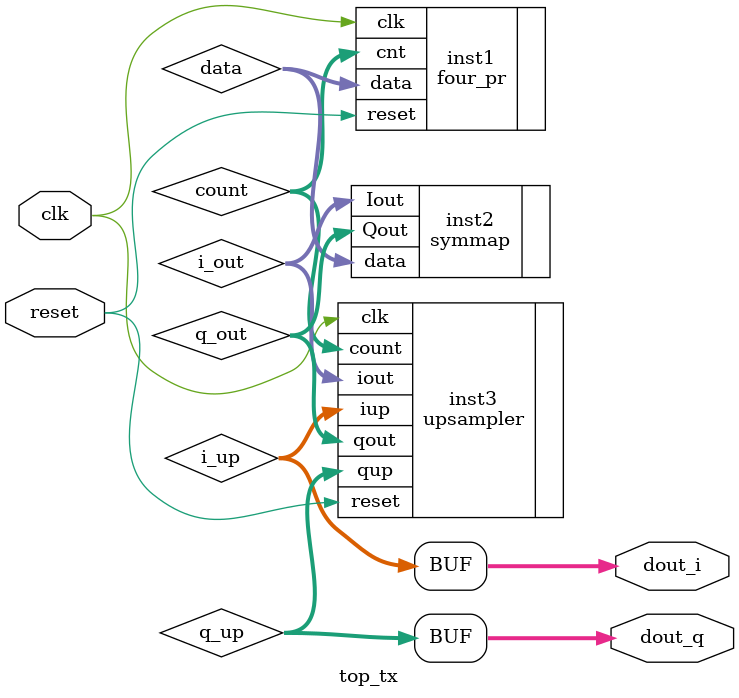
<source format=v>
module top_tx (
    input clk,
    input reset,
    output signed [3:0] dout_i,
    output signed [3:0] dout_q
);

    wire [3:0] data, count;
    wire signed [3:0] i_out;
    wire signed [3:0] q_out;

    wire signed [3:0] i_up;
    wire signed [3:0] q_up;

    parameter TAPS = 11;

    four_pr inst1 (
        .clk(clk),
        .reset(reset),
        .data(data),
        .cnt(count)
    );

    symmap inst2 (
        .data(data),
        .Iout(i_out),
        .Qout(q_out)
    );

    upsampler inst3 (
        .clk(clk),
        .reset(reset),
        .count(count),
        .iout(i_out),
        .qout(q_out),
        .iup(i_up),
        .qup(q_up)
    );

    assign dout_i = i_up;
    assign dout_q = q_up;

endmodule


</source>
